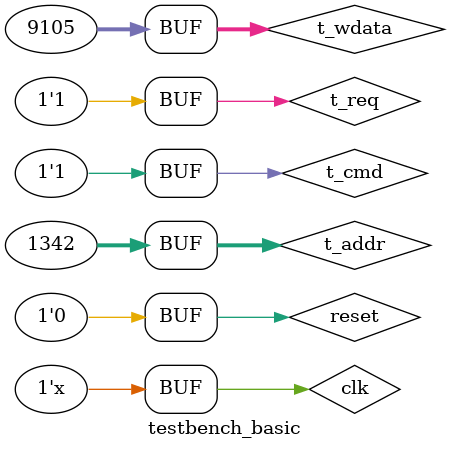
<source format=v>
`timescale 100ps/1ps

module testbench_basic();

reg clk, reset;

reg t_req, t_cmd;
reg [31:0] t_addr, t_wdata;


top test_top(
	.clk(clk),
	.reset(reset),
	.t_req(t_req),
	.t_cmd(t_cmd),
	.t_wdata(t_wdata),
	.t_addr(t_addr));

initial                                                
begin                                                  
  clk = 0;
  reset = 1;
  #10 reset = ~reset;
  #10
  t_req = 1;
  t_addr = 1342;
  t_wdata = 9105;
  t_cmd = 1;
end                                                    

always 
  #5 clk = ~clk; 
  
endmodule
</source>
